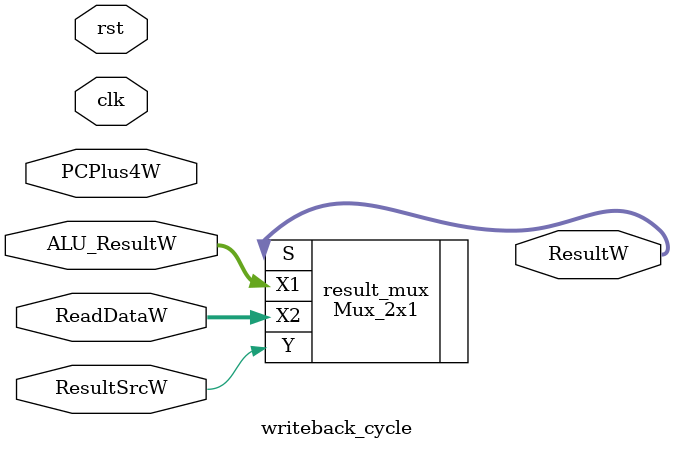
<source format=v>


//        http://www.apache.org/licenses/LICENSE-2.0

//    Unless required by applicable law or agreed to in writing, software
//    distributed under the License is distributed on an "AS IS" BASIS,
//    WITHOUT WARRANTIES OR CONDITIONS OF ANY KIND, either express or implied.
//    See the License for the specific language governing permissions and
//    limitations under the License.

module writeback_cycle(clk, rst, ResultSrcW, PCPlus4W, ALU_ResultW, ReadDataW, ResultW);

// Declaration of IOs
input clk, rst, ResultSrcW;
input [31:0] PCPlus4W, ALU_ResultW, ReadDataW;

output [31:0] ResultW;

// Declaration of Module
Mux_2x1 result_mux (    
                .X1(ALU_ResultW),
                .X2(ReadDataW),
					 .S(ResultW),
                .Y(ResultSrcW)
                );
endmodule
</source>
